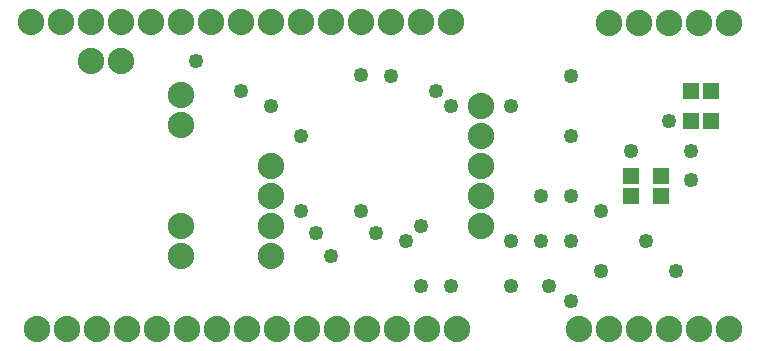
<source format=gts>
G04 MADE WITH FRITZING*
G04 WWW.FRITZING.ORG*
G04 DOUBLE SIDED*
G04 HOLES PLATED*
G04 CONTOUR ON CENTER OF CONTOUR VECTOR*
%ASAXBY*%
%FSLAX23Y23*%
%MOIN*%
%OFA0B0*%
%SFA1.0B1.0*%
%ADD10C,0.049370*%
%ADD11C,0.088000*%
%ADD12R,0.057244X0.053307*%
%ADD13R,0.053307X0.057244*%
%LNMASK1*%
G90*
G70*
G54D10*
X1668Y826D03*
X1368Y426D03*
X2268Y676D03*
X1167Y927D03*
X2193Y776D03*
X2068Y676D03*
X1868Y926D03*
X1868Y526D03*
X1868Y726D03*
X1468Y826D03*
X1668Y376D03*
X1968Y476D03*
X868Y826D03*
X768Y876D03*
X1418Y876D03*
X1018Y401D03*
X1218Y401D03*
X1868Y176D03*
X1168Y476D03*
X1318Y376D03*
X1268Y925D03*
X968Y726D03*
X618Y976D03*
X2218Y276D03*
X1868Y376D03*
X1768Y376D03*
X1768Y526D03*
X1793Y226D03*
X2268Y577D03*
X1068Y326D03*
X1468Y226D03*
X1668Y226D03*
G54D11*
X1468Y1106D03*
X1368Y1106D03*
X1268Y1106D03*
X1168Y1106D03*
X1068Y1106D03*
X968Y1106D03*
X868Y1106D03*
X768Y1106D03*
X668Y1106D03*
X568Y1106D03*
X468Y1106D03*
X368Y1106D03*
X268Y1106D03*
X168Y1106D03*
X68Y1106D03*
X1486Y80D03*
X1386Y80D03*
X1286Y80D03*
X1186Y80D03*
X1086Y80D03*
X986Y80D03*
X886Y80D03*
X786Y80D03*
X686Y80D03*
X586Y80D03*
X486Y80D03*
X386Y80D03*
X286Y80D03*
X186Y80D03*
X86Y80D03*
X2395Y80D03*
X2295Y80D03*
X2195Y80D03*
X2095Y80D03*
X1995Y80D03*
X1895Y80D03*
X1568Y426D03*
X1568Y526D03*
X1568Y626D03*
X1568Y726D03*
X1568Y826D03*
X1568Y426D03*
X1568Y526D03*
X1568Y626D03*
X1568Y726D03*
X1568Y826D03*
X568Y326D03*
X568Y426D03*
X568Y326D03*
X568Y426D03*
X566Y760D03*
X566Y860D03*
X566Y760D03*
X566Y860D03*
X868Y326D03*
X868Y426D03*
X868Y526D03*
X868Y626D03*
X868Y326D03*
X868Y426D03*
X868Y526D03*
X868Y626D03*
X2393Y1101D03*
X2293Y1101D03*
X2193Y1101D03*
X2093Y1101D03*
X1993Y1101D03*
X368Y976D03*
X268Y976D03*
X368Y976D03*
X268Y976D03*
G54D10*
X1968Y276D03*
X2118Y376D03*
X1368Y226D03*
X968Y476D03*
G54D12*
X2268Y776D03*
X2335Y776D03*
X2268Y876D03*
X2335Y876D03*
G54D13*
X2068Y593D03*
X2068Y526D03*
X2168Y593D03*
X2168Y526D03*
G04 End of Mask1*
M02*
</source>
